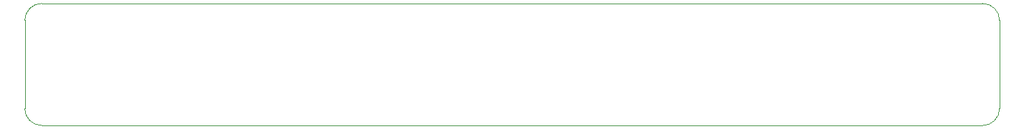
<source format=gbr>
G04 #@! TF.GenerationSoftware,KiCad,Pcbnew,(5.1.9)-1*
G04 #@! TF.CreationDate,2022-08-26T16:10:25-06:00*
G04 #@! TF.ProjectId,ufc_v5_ap,7566635f-7635-45f6-9170-2e6b69636164,rev?*
G04 #@! TF.SameCoordinates,Original*
G04 #@! TF.FileFunction,Profile,NP*
%FSLAX46Y46*%
G04 Gerber Fmt 4.6, Leading zero omitted, Abs format (unit mm)*
G04 Created by KiCad (PCBNEW (5.1.9)-1) date 2022-08-26 16:10:25*
%MOMM*%
%LPD*%
G01*
G04 APERTURE LIST*
G04 #@! TA.AperFunction,Profile*
%ADD10C,0.100000*%
G04 #@! TD*
G04 APERTURE END LIST*
D10*
X93005498Y-97721398D02*
G75*
G02*
X91005498Y-95721398I0J2000000D01*
G01*
X206005498Y-95721398D02*
G75*
G02*
X204005498Y-97721398I-2000000J0D01*
G01*
X204005498Y-83221398D02*
G75*
G02*
X206005498Y-85221398I0J-2000000D01*
G01*
X91005498Y-85221398D02*
G75*
G02*
X93005498Y-83221398I2000000J0D01*
G01*
X91005498Y-95721398D02*
X91005498Y-85221398D01*
X204005498Y-97721398D02*
X93005498Y-97721398D01*
X206005498Y-85221398D02*
X206005498Y-95721398D01*
X93005498Y-83221398D02*
X204005498Y-83221398D01*
M02*

</source>
